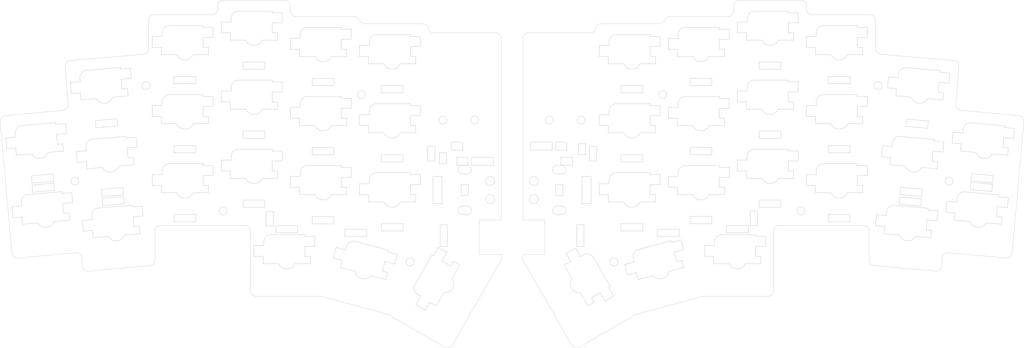
<source format=kicad_pcb>
(kicad_pcb (version 20211014) (generator pcbnew)
  (layers (0 "F.Cu" signal) (31 "B.Cu" signal) (34 "B.Paste" user) (35 "F.Paste" user) (36 "B.SilkS" user "B.Silkscreen") (37 "F.SilkS" user "F.Silkscreen") (38 "B.Mask" user) (39 "F.Mask" user) (44 "Edge.Cuts" user))
  (net 0 "")
  (footprint "zzkeeb:Switch_MX-cutout-bottom-hotswap" (layer "F.Cu") (at 133.5 110.5))
  (footprint "zzkeeb:Switch_MX-cutout-bottom-hotswap" (layer "F.Cu") (at 237.5 117))
  (footprint "zzkeeb:Switch_MX-cutout-bottom-hotswap" (layer "F.Cu") (at 171.5 98))
  (footprint "zzkeeb:Switch_MX-cutout-bottom-hotswap" (layer "F.Cu") (at 315.05 107.35 -5))
  (footprint "zzkeeb:Switch_MX-cutout-bottom-hotswap" (layer "F.Cu") (at 95.6 126.3 5))
  (footprint "zzkeeb:Hole_M2-cutout" (layer "F.Cu") (at 185.5 95.5))
  (footprint "zzkeeb:Connector_JST-1x02-2.00mm-cutout" (layer "F.Cu") (at 271.05 123.5 90))
  (footprint "zzkeeb:Switch_MX-cutout-bottom-hotswap" (layer "F.Cu") (at 294.5 95.5))
  (footprint "zzkeeb:Switch_MX-cutout-bottom-hotswap" (layer "F.Cu") (at 237.5 79))
  (footprint "zzkeeb:Switch_MX-cutout-bottom-hotswap" (layer "F.Cu") (at 171.5 79))
  (footprint "zzkeeb:Switch_MX-cutout-bottom-hotswap" (layer "F.Cu") (at 334.5 103.6 -5))
  (footprint "zzkeeb:Switch_MX-cutout-bottom-hotswap" (layer "F.Cu") (at 266.5 134))
  (footprint "zzkeeb:Switch_MX-cutout-bottom-hotswap" (layer "F.Cu") (at 294.5 76.5))
  (footprint "zzkeeb:Switch_MX-cutout-bottom-hotswap" (layer "F.Cu") (at 275.5 110.5))
  (footprint "zzkeeb:Switch_MX-cutout-bottom-hotswap" (layer "F.Cu") (at 114.5 114.5))
  (footprint "zzkeeb:Switch_MX-cutout-bottom-hotswap" (layer "F.Cu") (at 171.5 117))
  (footprint "zzkeeb:Connector_JST-1x02-2.00mm-cutout" (layer "F.Cu") (at 137.8 121.65 -90))
  (footprint "zzkeeb:Hole_M2-cutout" (layer "F.Cu") (at 176.5 134.5))
  (footprint "zzkeeb:Switch_MX-cutout-bottom-hotswap" (layer "F.Cu") (at 237.5 98))
  (footprint "zzkeeb:Connector_JST-1x02-2.00mm-cutout" (layer "F.Cu") (at 226.75 103.75 -90))
  (footprint "zzkeeb:Switch_MX-cutout-bottom-hotswap" (layer "F.Cu") (at 114.5 76.5))
  (footprint "zzkeeb:Switch_MX-cutout-bottom-hotswap" (layer "F.Cu") (at 245.25 136.75 15))
  (footprint "zzkeeb:Hole_M2-cutout" (layer "F.Cu") (at 84.25 112.25 5))
  (footprint "zzkeeb:Switch_MX-cutout-bottom-hotswap" (layer "F.Cu") (at 275.5 91.5))
  (footprint "zzkeeb:Switch_MX-cutout-bottom-hotswap" (layer "F.Cu") (at 152.5 115))
  (footprint "zzkeeb:RotaryEncoder_EC11-cutout-bottom" (layer "F.Cu") (at 191.5 114.75))
  (footprint "zzkeeb:Switch_MX-cutout-bottom-hotswap" (layer "F.Cu") (at 256.5 115))
  (footprint "zzkeeb:RotaryEncoder_EC11-cutout-bottom" (layer "F.Cu") (at 217.5 114.75 180))
  (footprint "zzkeeb:Switch_MX-cutout-bottom-hotswap" (layer "F.Cu") (at 163.75 136.75 -15))
  (footprint "zzkeeb:Switch_MX-cutout-bottom-hotswap" (layer "F.Cu") (at 223 140.5 -60))
  (footprint "zzkeeb:Switch_MX-cutout-bottom-hotswap" (layer "F.Cu") (at 294.5 114.5))
  (footprint "zzkeeb:Switch_MX-cutout-bottom-hotswap" (layer "F.Cu") (at 152.5 77))
  (footprint "zzkeeb:Switch_MX-cutout-bottom-hotswap" (layer "F.Cu") (at 332.8 122.6 -5))
  (footprint "zzkeeb:Switch_MX-cutout-bottom-hotswap" (layer "F.Cu") (at 74.5 103.6 5))
  (footprint "zzkeeb:Switch_MX-cutout-bottom-hotswap" (layer "F.Cu") (at 316.7 88.4 -5))
  (footprint "zzkeeb:Switch_MX-cutout-bottom-hotswap" (layer "F.Cu") (at 186 140.5 60))
  (footprint "zzkeeb:Connector_TRRS-cutout-bottom" (layer "F.Cu") (at 207.75 104.75 90))
  (footprint "zzkeeb:Hole_M2-cutout" (layer "F.Cu") (at 163 88.5))
  (footprint "zzkeeb:Switch_MX-cutout-bottom-hotswap" (layer "F.Cu") (at 275.5 72.5))
  (footprint "zzkeeb:Switch_MX-cutout-bottom-hotswap" (layer "F.Cu") (at 92.3 88.4 5))
  (footprint "zzkeeb:Switch_MX-cutout-bottom-hotswap" (layer "F.Cu") (at 256.5 77))
  (footprint "zzkeeb:Switch_MX-cutout-bottom-hotswap" (layer "F.Cu") (at 313.4 126.3 -5))
  (footprint "zzkeeb:Switch_MX-cutout-bottom-hotswap" (layer "F.Cu") (at 133.5 72.5))
  (footprint "zzkeeb:Switch_MX-cutout-bottom-hotswap" (layer "F.Cu") (at 133.5 91.5))
  (footprint "zzkeeb:Switch_MX-cutout-bottom-hotswap" (layer "F.Cu") (at 256.5 96))
  (footprint "zzkeeb:Hole_M2-cutout" (layer "F.Cu") (at 103.8 86))
  (footprint "zzkeeb:Hole_M2-cutout" (layer "F.Cu") (at 194.25 95.5))
  (footprint "zzkeeb:Switch_MX-cutout-bottom-hotswap" (layer "F.Cu") (at 114.5 95.5))
  (footprint "zzkeeb:Switch_MX-cutout-bottom-hotswap" (layer "F.Cu") (at 76.2 122.6 5))
  (footprint "zzkeeb:Connector_TRRS-cutout-bottom" (layer "F.Cu") (at 201.15 104.75 -90))
  (footprint "zzkeeb:Switch_MX-cutout-bottom-hotswap" (layer "F.Cu") (at 142.5 134))
  (footprint "zzkeeb:Connector_JST-1x02-2.00mm-cutout" (layer "F.Cu") (at 182.3 105.75 90))
  (footprint "zzkeeb:Switch_MX-cutout-bottom-hotswap" (layer "F.Cu") (at 152.5 96))
  (footprint "zzkeeb:Switch_MX-cutout-bottom-hotswap" (layer "F.Cu") (at 93.95 107.35 5))
  (footprint "zzkeeb:Hole_M2-cutout" (layer "F.Cu") (at 125 120.5))
  (footprint "zzkeeb:SolderJumper-1.3mm-cutout" (layer "B.Cu") (at 185.5 106 90))
  (footprint "zzkeeb:Diode_1N4148-SOD123-cutout" (layer "B.Cu") (at 152.5 123.0483 180))
  (footprint "zzkeeb:Diode_1N4148-SOD123-cutout" (layer "B.Cu") (at 114.5 103.5 180))
  (footprint "zzkeeb:Diode_1N4148-SOD123-cutout" (layer "B.Cu") (at 256.5 85 180))
  (footprint "zzkeeb:Diode_1N4148-SOD123-cutout" (layer "B.Cu") (at 333.627354 113.881399 175))
  (footprint "zzkeeb:Diode_1N4148-SOD123-cutout" (layer "B.Cu") (at 237.5 87 180))
  (footprint "zzkeeb:Diode_1N4148-SOD123-cutout" (layer "B.Cu") (at 275.5 80.5 180))
  (footprint "zzkeeb:Hole_M2-cutout" (layer "B.Cu") (at 232.5 134.5 180))
  (footprint "zzkeeb:Hole_M2-cutout" (layer "B.Cu") (at 324.75 112.25 175))
  (footprint "zzkeeb:Diode_1N4148-SOD123-cutout" (layer "B.Cu") (at 185.7 127.3 -90))
  (footprint "zzkeeb:Diode_1N4148-SOD123-cutout" (layer "B.Cu") (at 275.5 99.5 180))
  (footprint "zzkeeb:Diode_1N4148-SOD123-cutout" (layer "B.Cu") (at 247.5 126.5 180))
  (footprint "zzkeeb:Diode_1N4148-SOD123-cutout" (layer "B.Cu") (at 94.553205 115.297257 -175))
  (footprint "zzkeeb:Diode_1N4148-SOD123-cutout" (layer "B.Cu") (at 256.5 123 180))
  (footprint "zzkeeb:Diode_1N4148-SOD123-cutout" (layer "B.Cu") (at 256.5 104 180))
  (footprint "zzkeeb:Diode_1N4148-SOD123-cutout" (layer "B.Cu") (at 171.5 125 180))
  (footprint "zzkeeb:Diode_1N4148-SOD123-cutout" (layer "B.Cu") (at 237.5 125 180))
  (footprint "zzkeeb:Diode_1N4148-SOD123-cutout" (layer "B.Cu") (at 333.845243 111.5 175))
  (footprint "zzkeeb:Diode_1N4148-SOD123-cutout" (layer "B.Cu") (at 133.5 99.5 180))
  (footprint "zzkeeb:SolderJumper-1.3mm-cutout" (layer "B.Cu") (at 223.75 103.5 90))
  (footprint "zzkeeb:Diode_1N4148-SOD123-cutout" (layer "B.Cu") (at 75.5 114.1 -175))
  (footprint "zzkeeb:Diode_1N4148-SOD123-cutout" (layer "B.Cu") (at 314.317891 115.25 175))
  (footprint "zzkeeb:Diode_1N4148-SOD123-cutout" (layer "B.Cu") (at 171.5 106 180))
  (footprint "zzkeeb:Diode_1N4148-SOD123-cutout" (layer "B.Cu") (at 294.5 103.5 180))
  (footprint "zzkeeb:Diode_1N4148-SOD123-cutout" (layer "B.Cu") (at 133.5 80.5 180))
  (footprint "zzkeeb:Hole_M2-cutout" (layer "B.Cu") (at 305.2 86 175))
  (footprint "zzkeeb:Diode_1N4148-SOD123-cutout" (layer "B.Cu") (at 133.5 118.5 180))
  (footprint "zzkeeb:Diode_1N4148-SOD123-cutout" (layer "B.Cu") (at 266.5 125.5 180))
  (footprint "zzkeeb:Diode_1N4148-SOD123-cutout" (layer "B.Cu") (at 152.5 85.0483 180))
  (footprint "zzkeeb:SolderJumper-1.3mm-cutout" (layer "B.Cu") (at 191.5 114.75 -90))
  (footprint "zzkeeb:Diode_1N4148-SOD123-cutout" (layer "B.Cu") (at 237.5 106 180))
  (footprint "zzkeeb:Hole_M2-cutout" (layer "B.Cu") (at 284 120.5 180))
  (footprint "zzkeeb:Diode_1N4148-SOD123-cutout" (layer "B.Cu") (at 152.5 104.0483 180))
  (footprint "zzkeeb:Diode_1N4148-SOD123-cutout" (layer "B.Cu") (at 171.5 87 180))
  (footprint "zzkeeb:Hole_M2-cutout" (layer "B.Cu") (at 214.75 95.5 180))
  (footprint "zzkeeb:Diode_1N4148-SOD123-cutout" (layer "B.Cu") (at 114.5 122.5 180))
  (footprint "zzkeeb:Diode_1N4148-SOD123-cutout" (layer "B.Cu") (at 94.771094 117.787743 -175))
  (footprint "zzkeeb:Diode_1N4148-SOD123-cutout" (layer "B.Cu") (at 92.897246 96.369557 -175))
  (footprint "zzkeeb:Diode_1N4148-SOD123-cutout" (layer "B.Cu") (at 294.5 84.5 180))
  (footprint "zzkeeb:Diode_1N4148-SOD123-cutout" (layer "B.Cu") (at 161.5 126.5 180))
  (footprint "zzkeeb:Diode_1N4148-SOD123-cutout" (layer "B.Cu") (at 223.3 127.3 -90))
  (footprint "zzkeeb:Diode_1N4148-SOD123-cutout" (layer "B.Cu") (at 314.1 117.890487 175))
  (footprint "zzkeeb:Diode_1N4148-SOD123-cutout" (layer "B.Cu") (at 315.97385 96.472301 175))
  (footprint "zzkeeb:Diode_1N4148-SOD123-cutout" (layer "B.Cu") (at 275.5 118.5 180))
  (footprint "zzkeeb:Diode_1N4148-SOD123-cutout" (layer "B.Cu") (at 142.5 125.5 180))
  (footprint "zzkeeb:SolderJumper-1.3mm-cutout" (layer "B.Cu") (at 217.5 114.75 90))
  (footprint "zzkeeb:Diode_1N4148-SOD123-cutout" (layer "B.Cu") (at 75.3 111.6 -175))
  (footprint "zzkeeb:Diode_1N4148-SOD123-cutout" (layer "B.Cu") (at 114.5 84.5 180))
  (footprint "zzkeeb:Hole_M2-cutout" (layer "B.Cu") (at 246 88.5 -165))
  (footprint "zzkeeb:Diode_1N4148-SOD123-cutout" (layer "B.Cu") (at 294.5 122.5 180))
  (footprint "zzkeeb:Hole_M2-cutout" (layer "B.Cu") (at 223.5 95.5 180))
  (gr_line (start 276.500002 142.5) (end 276.500002 126) (layer "Edge.Cuts") (width 0.1))
  (gr_line (start 123.5 64) (end 123.5 65) (layer "Edge.Cuts") (width 0.1))
  (gr_line (start 248 67) (end 264 67) (layer "Edge.Cuts") (width 0.1))
  (gr_line (start 207.5 134) (end 220.950962 157.450962) (layer "Edge.Cuts") (width 0.1))
  (gr_arc (start 246.5 68) (mid 245.901388 68.727082) (end 245 69) (layer "Edge.Cuts") (width 0.1))
  (gr_arc (start 161 67) (mid 161.901388 67.272918) (end 162.5 68) (layer "Edge.Cuts") (width 0.1))
  (gr_line (start 188.049038 157.450962) (end 201.5 134) (layer "Edge.Cuts") (width 0.1))
  (gr_arc (start 301.250002 124.5) (mid 302.310662 124.93934) (end 302.750002 126) (layer "Edge.Cuts") (width 0.1))
  (gr_arc (start 265.5 65.5) (mid 265.06066 66.56066) (end 264 67) (layer "Edge.Cuts") (width 0.1))
  (gr_line (start 87.7 137.1) (end 105 135.499996) (layer "Edge.Cuts") (width 0.1))
  (gr_line (start 102.925797 77.400232) (end 82.863558 79.099769) (layer "Edge.Cuts") (width 0.1))
  (gr_line (start 207.5 123) (end 213.5 123) (layer "Edge.Cuts") (width 0.1))
  (gr_arc (start 180 69) (mid 180.976281 69.353463) (end 181.5 70.25) (layer "Edge.Cuts") (width 0.1))
  (gr_arc (start 304.000002 135.499996) (mid 303.103466 134.976279) (end 302.750002 134) (layer "Edge.Cuts") (width 0.1))
  (gr_arc (start 82.370412 91.174352) (mid 82.025194 92.269282) (end 81.006854 92.799377) (layer "Edge.Cuts") (width 0.1))
  (gr_line (start 207.5 120.75) (end 207.5 123) (layer "Edge.Cuts") (width 0.1))
  (gr_arc (start 327.993146 92.799377) (mid 326.974832 92.26926) (end 326.629588 91.174352) (layer "Edge.Cuts") (width 0.1))
  (gr_arc (start 322.874974 133.363557) (mid 323.405086 132.345216) (end 324.5 132) (layer "Edge.Cuts") (width 0.1))
  (gr_line (start 285.5 65) (end 285.5 64) (layer "Edge.Cuts") (width 0.1))
  (gr_line (start 200 71.5) (end 183 71.5) (layer "Edge.Cuts") (width 0.1))
  (gr_arc (start 207.5 73) (mid 207.93934 71.93934) (end 209 71.5) (layer "Edge.Cuts") (width 0.1))
  (gr_arc (start 104.5 75.75) (mid 104.043335 76.890337) (end 102.925797 77.400232) (layer "Edge.Cuts") (width 0.1))
  (gr_arc (start 342.125022 132.081632) (mid 341.594915 133.099977) (end 340.5 133.445189) (layer "Edge.Cuts") (width 0.1))
  (gr_line (start 142 62.5) (end 125 62.5) (layer "Edge.Cuts") (width 0.1))
  (gr_line (start 63.654775 95.9) (end 66.874978 132.081632) (layer "Edge.Cuts") (width 0.1))
  (gr_line (start 132.5 126) (end 132.5 142.5) (layer "Edge.Cuts") (width 0.1))
  (gr_arc (start 227.5 70.25) (mid 228.023719 69.353463) (end 229 69) (layer "Edge.Cuts") (width 0.1))
  (gr_line (start 152 144) (end 134 144) (layer "Edge.Cuts") (width 0.1))
  (gr_arc (start 200 71.5) (mid 201.06066 71.93934) (end 201.5 73) (layer "Edge.Cuts") (width 0.1))
  (gr_line (start 265.5 64) (end 265.5 65.5) (layer "Edge.Cuts") (width 0.1))
  (gr_line (start 164 69) (end 180 69) (layer "Edge.Cuts") (width 0.1))
  (gr_line (start 201.5 120.75) (end 201.5 73) (layer "Edge.Cuts") (width 0.1))
  (gr_line (start 324.5 132) (end 340.5 133.445189) (layer "Edge.Cuts") (width 0.1))
  (gr_line (start 201.5 134) (end 201.5 132.5) (layer "Edge.Cuts") (width 0.1))
  (gr_line (start 278.000002 124.5) (end 301.250002 124.5) (layer "Edge.Cuts") (width 0.1))
  (gr_arc (start 306.074203 77.400232) (mid 304.956651 76.890323) (end 304.5 75.75) (layer "Edge.Cuts") (width 0.1))
  (gr_line (start 238.5 149) (end 223 158) (layer "Edge.Cuts") (width 0.1))
  (gr_line (start 143.5 65.5) (end 143.5 64) (layer "Edge.Cuts") (width 0.1))
  (gr_arc (start 287 66.5) (mid 285.93934 66.06066) (end 285.5 65) (layer "Edge.Cuts") (width 0.1))
  (gr_arc (start 227.5 70.25) (mid 226.976281 71.146537) (end 226 71.5) (layer "Edge.Cuts") (width 0.1))
  (gr_line (start 343.981667 94.274974) (end 327.993146 92.799377) (layer "Edge.Cuts") (width 0.1))
  (gr_line (start 195.5 123) (end 201.5 123) (layer "Edge.Cuts") (width 0.1))
  (gr_line (start 207.5 134) (end 207.5 132.5) (layer "Edge.Cuts") (width 0.1))
  (gr_arc (start 265.5 64) (mid 265.93934 62.93934) (end 267 62.5) (layer "Edge.Cuts") (width 0.1))
  (gr_arc (start 284 62.5) (mid 285.06066 62.93934) (end 285.5 64) (layer "Edge.Cuts") (width 0.1))
  (gr_arc (start 246.5 68) (mid 247.098612 67.272918) (end 248 67) (layer "Edge.Cuts") (width 0.1))
  (gr_arc (start 106.25 126) (mid 106.68934 124.93934) (end 107.75 124.5) (layer "Edge.Cuts") (width 0.1))
  (gr_line (start 106 66.5) (end 122 66.5) (layer "Edge.Cuts") (width 0.1))
  (gr_arc (start 87.7 137.1) (mid 86.757342 136.711331) (end 86.3 135.8) (layer "Edge.Cuts") (width 0.1))
  (gr_arc (start 142 62.5) (mid 143.06066 62.93934) (end 143.5 64) (layer "Edge.Cuts") (width 0.1))
  (gr_arc (start 81.5 80.724794) (mid 81.845241 79.629902) (end 82.863558 79.099769) (layer "Edge.Cuts") (width 0.1))
  (gr_arc (start 104.5 68) (mid 104.93934 66.93934) (end 106 66.5) (layer "Edge.Cuts") (width 0.1))
  (gr_arc (start 276.500002 142.5) (mid 276.060662 143.56066) (end 275.000002 144) (layer "Edge.Cuts") (width 0.1))
  (gr_arc (start 134 144) (mid 132.93934 143.56066) (end 132.5 142.5) (layer "Edge.Cuts") (width 0.1))
  (gr_line (start 81.006854 92.799377) (end 65.018333 94.274974) (layer "Edge.Cuts") (width 0.1))
  (gr_arc (start 276.500002 126) (mid 276.939342 124.93934) (end 278.000002 124.5) (layer "Edge.Cuts") (width 0.1))
  (gr_line (start 213.5 123) (end 213.5 132.5) (layer "Edge.Cuts") (width 0.1))
  (gr_arc (start 131 124.5) (mid 132.06066 124.93934) (end 132.5 126) (layer "Edge.Cuts") (width 0.1))
  (gr_arc (start 303 66.5) (mid 304.06066 66.93934) (end 304.5 68) (layer "Edge.Cuts") (width 0.1))
  (gr_line (start 226 71.5) (end 209 71.5) (layer "Edge.Cuts") (width 0.1))
  (gr_line (start 257 144) (end 275.000002 144) (layer "Edge.Cuts") (width 0.1))
  (gr_line (start 106.25 126) (end 106.25 134) (layer "Edge.Cuts") (width 0.1))
  (gr_line (start 322.7 135.8) (end 322.874974 133.363557) (layer "Edge.Cuts") (width 0.1))
  (gr_line (start 81.5 80.724794) (end 82.370412 91.174352) (layer "Edge.Cuts") (width 0.1))
  (gr_arc (start 106.25 134) (mid 105.896536 134.976279) (end 105 135.499996) (layer "Edge.Cuts") (width 0.1))
  (gr_line (start 304.000002 135.499996) (end 321.3 137.1) (layer "Edge.Cuts") (width 0.1))
  (gr_line (start 201.5 120.75) (end 201.5 123) (layer "Edge.Cuts") (width 0.1))
  (gr_arc (start 145 67) (mid 143.93934 66.56066) (end 143.5 65.5) (layer "Edge.Cuts") (width 0.1))
  (gr_line (start 326.136442 79.099769) (end 306.074203 77.400232) (layer "Edge.Cuts") (width 0.1))
  (gr_line (start 107.75 124.5) (end 131 124.5) (layer "Edge.Cuts") (width 0.1))
  (gr_arc (start 183 71.5) (mid 182.023719 71.146537) (end 181.5 70.25) (layer "Edge.Cuts") (width 0.1))
  (gr_line (start 195.5 132.5) (end 195.5 123) (layer "Edge.Cuts") (width 0.1))
  (gr_arc (start 188.049038 157.450962) (mid 187.13823 158.149869) (end 186 158) (layer "Edge.Cuts") (width 0.1))
  (gr_arc (start 84.5 132) (mid 85.594895 132.345238) (end 86.125026 133.363557) (layer "Edge.Cuts") (width 0.1))
  (gr_arc (start 123.5 65) (mid 123.06066 66.06066) (end 122 66.5) (layer "Edge.Cuts") (width 0.1))
  (gr_arc (start 223 158) (mid 221.861773 158.149855) (end 220.950962 157.450962) (layer "Edge.Cuts") (width 0.1))
  (gr_arc (start 123.5 64) (mid 123.93934 62.93934) (end 125 62.5) (layer "Edge.Cuts") (width 0.1))
  (gr_line (start 86.125026 133.363557) (end 86.3 135.8) (layer "Edge.Cuts") (width 0.1))
  (gr_line (start 238.5 149) (end 257 144) (layer "Edge.Cuts") (width 0.1))
  (gr_arc (start 68.5 133.445189) (mid 67.405073 133.099986) (end 66.874978 132.081632) (layer "Edge.Cuts") (width 0.1))
  (gr_line (start 68.5 133.445189) (end 84.5 132) (layer "Edge.Cuts") (width 0.1))
  (gr_line (start 342.125022 132.081632) (end 345.345225 95.9) (layer "Edge.Cuts") (width 0.1))
  (gr_line (start 145 67) (end 161 67) (layer "Edge.Cuts") (width 0.1))
  (gr_line (start 302.750002 134) (end 302.750002 126) (layer "Edge.Cuts") (width 0.1))
  (gr_line (start 287 66.5) (end 303 66.5) (layer "Edge.Cuts") (width 0.1))
  (gr_line (start 201.5 132.5) (end 195.5 132.5) (layer "Edge.Cuts") (width 0.1))
  (gr_line (start 304.5 75.75) (end 304.5 68) (layer "Edge.Cuts") (width 0.1))
  (gr_line (start 207.5 73) (end 207.5 120.75) (layer "Edge.Cuts") (width 0.1))
  (gr_arc (start 63.654775 95.9) (mid 64.000012 94.805097) (end 65.018333 94.274974) (layer "Edge.Cuts") (width 0.1))
  (gr_line (start 186 158) (end 170.5 149) (layer "Edge.Cuts") (width 0.1))
  (gr_arc (start 164 69) (mid 163.098612 68.727082) (end 162.5 68) (layer "Edge.Cuts") (width 0.1))
  (gr_line (start 213.5 132.5) (end 207.5 132.5) (layer "Edge.Cuts") (width 0.1))
  (gr_line (start 326.629588 91.174352) (end 327.5 80.724794) (layer "Edge.Cuts") (width 0.1))
  (gr_line (start 104.5 68) (end 104.5 75.75) (layer "Edge.Cuts") (width 0.1))
  (gr_arc (start 343.981667 94.274974) (mid 344.999993 94.805093) (end 345.345225 95.9) (layer "Edge.Cuts") (width 0.1))
  (gr_arc (start 326.136442 79.099769) (mid 327.154744 79.629885) (end 327.5 80.724794) (layer "Edge.Cuts") (width 0.1))
  (gr_line (start 284 62.5) (end 267 62.5) (layer "Edge.Cuts") (width 0.1))
  (gr_line (start 229 69) (end 245 69) (layer "Edge.Cuts") (width 0.1))
  (gr_line (start 152 144) (end 170.5 149) (layer "Edge.Cuts") (width 0.1))
  (gr_arc (start 322.7 135.8) (mid 322.242654 136.71133) (end 321.3 137.1) (layer "Edge.Cuts") (width 0.1))
)
</source>
